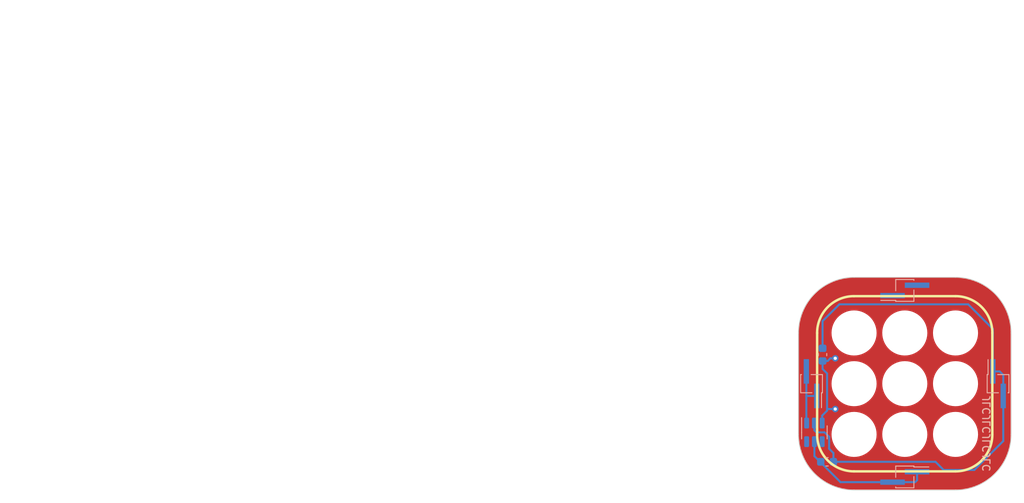
<source format=kicad_pcb>
(kicad_pcb (version 20240108) (generator "pcbnew") (generator_version "8.0")
  (layers (0 "F.Cu" signal) (31 "B.Cu" signal) (34 "B.Paste" user) (35 "F.Paste" user) (36 "B.SilkS" user "B.Silkscreen") (37 "F.SilkS" user "F.Silkscreen") (38 "B.Mask" user) (39 "F.Mask" user) (44 "Edge.Cuts" user))
  (net 0 "")
  (net 1 "+5V")
  (net 2 "GND")
  (net 3 "/TP")
  (net 4 "/TP_OUT")
  (footprint "Connector_PinHeader_1.27mm:PinHeader_1x02_P1.27mm_Vertical_SMD_Pin1Left" (layer "B.Cu") (at 157.8 82.7)
    (property "Reference" "J1" (hide yes))
    (property "Value" "Conn_01x02_Male")
    (fp_line (start -1.11 -1.33) (end 1.11 -1.33) (stroke (width 0.12)) (layer "B.SilkS"))
    (fp_line (start -1.11 0.05) (end -1.11 -1.32) (stroke (width 0.12)) (layer "B.SilkS"))
    (fp_line (start -1.11 1.22) (end -2.94 1.22) (stroke (width 0.12)) (layer "B.SilkS"))
    (fp_line (start -1.11 1.33) (end -1.11 1.22) (stroke (width 0.12)) (layer "B.SilkS"))
    (fp_line (start -1.11 1.33) (end 1.11 1.33) (stroke (width 0.12)) (layer "B.SilkS"))
    (fp_line (start 1.11 -1.22) (end 1.11 -1.33) (stroke (width 0.12)) (layer "B.SilkS"))
    (fp_line (start 1.11 1.32) (end 1.11 -0.05) (stroke (width 0.12)) (layer "B.SilkS"))
    (pad "1" smd rect (at -1.5 0.635) (size 3 0.65) (layers "B.Cu" "B.Paste" "B.Mask"))
    (pad "2" smd rect (at 1.5 -0.635) (size 3 0.65) (layers "B.Cu" "B.Paste" "B.Mask"))
  )
  (footprint "Connector_PinHeader_1.27mm:PinHeader_1x02_P1.27mm_Vertical_SMD_Pin1Left" (layer "B.Cu") (at 169.2 94.1 -90)
    (property "Reference" "J4" (hide yes))
    (property "Value" "Conn_01x02_Male")
    (fp_line (start -1.11 1.33) (end 1.11 1.33) (stroke (width 0.12)) (layer "B.SilkS"))
    (fp_line (start -1.11 1.33) (end -1.11 1.22) (stroke (width 0.12)) (layer "B.SilkS"))
    (fp_line (start 1.11 1.32) (end 1.11 -0.05) (stroke (width 0.12)) (layer "B.SilkS"))
    (fp_line (start -1.11 1.22) (end -2.94 1.22) (stroke (width 0.12)) (layer "B.SilkS"))
    (fp_line (start -1.11 0.05) (end -1.11 -1.32) (stroke (width 0.12)) (layer "B.SilkS"))
    (fp_line (start 1.11 -1.22) (end 1.11 -1.33) (stroke (width 0.12)) (layer "B.SilkS"))
    (fp_line (start -1.11 -1.33) (end 1.11 -1.33) (stroke (width 0.12)) (layer "B.SilkS"))
    (pad "1" smd rect (at -1.5 0.635 270) (size 3 0.65) (layers "B.Cu" "B.Paste" "B.Mask") (net 2 "GND"))
    (pad "2" smd rect (at 1.5 -0.635 270) (size 3 0.65) (layers "B.Cu" "B.Paste" "B.Mask") (net 2 "GND"))
  )
  (footprint "Connector_PinHeader_1.27mm:PinHeader_1x02_P1.27mm_Vertical_SMD_Pin1Left" (layer "B.Cu") (at 157.8 105.5 180)
    (property "Reference" "J3" (hide yes))
    (property "Value" "Conn_01x02_Male")
    (fp_line (start 1.11 1.32) (end 1.11 -0.05) (stroke (width 0.12)) (layer "B.SilkS"))
    (fp_line (start 1.11 -1.22) (end 1.11 -1.33) (stroke (width 0.12)) (layer "B.SilkS"))
    (fp_line (start -1.11 1.33) (end 1.11 1.33) (stroke (width 0.12)) (layer "B.SilkS"))
    (fp_line (start -1.11 1.33) (end -1.11 1.22) (stroke (width 0.12)) (layer "B.SilkS"))
    (fp_line (start -1.11 1.22) (end -2.94 1.22) (stroke (width 0.12)) (layer "B.SilkS"))
    (fp_line (start -1.11 0.05) (end -1.11 -1.32) (stroke (width 0.12)) (layer "B.SilkS"))
    (fp_line (start -1.11 -1.33) (end 1.11 -1.33) (stroke (width 0.12)) (layer "B.SilkS"))
    (pad "1" smd rect (at -1.5 0.635 180) (size 3 0.65) (layers "B.Cu" "B.Paste" "B.Mask") (net 1 "+5V"))
    (pad "2" smd rect (at 1.5 -0.635 180) (size 3 0.65) (layers "B.Cu" "B.Paste" "B.Mask") (net 1 "+5V"))
  )
  (footprint "Connector_PinHeader_1.27mm:PinHeader_1x02_P1.27mm_Vertical_SMD_Pin1Left" (layer "B.Cu") (at 146.4 94.1 90)
    (property "Reference" "J2" (hide yes))
    (property "Value" "Conn_01x02_Male")
    (fp_line (start -1.11 -1.33) (end 1.11 -1.33) (stroke (width 0.12)) (layer "B.SilkS"))
    (fp_line (start 1.11 -1.22) (end 1.11 -1.33) (stroke (width 0.12)) (layer "B.SilkS"))
    (fp_line (start -1.11 0.05) (end -1.11 -1.32) (stroke (width 0.12)) (layer "B.SilkS"))
    (fp_line (start -1.11 1.22) (end -2.94 1.22) (stroke (width 0.12)) (layer "B.SilkS"))
    (fp_line (start 1.11 1.32) (end 1.11 -0.05) (stroke (width 0.12)) (layer "B.SilkS"))
    (fp_line (start -1.11 1.33) (end -1.11 1.22) (stroke (width 0.12)) (layer "B.SilkS"))
    (fp_line (start -1.11 1.33) (end 1.11 1.33) (stroke (width 0.12)) (layer "B.SilkS"))
    (pad "1" smd rect (at -1.5 0.635 90) (size 3 0.65) (layers "B.Cu" "B.Paste" "B.Mask") (net 4 "/TP_OUT"))
    (pad "2" smd rect (at 1.5 -0.635 90) (size 3 0.65) (layers "B.Cu" "B.Paste" "B.Mask") (net 4 "/TP_OUT"))
  )
  (footprint "Package_TO_SOT_SMD:SOT-23-6" (layer "B.Cu") (at 146.75 100.05 -90)
    (property "Reference" "U1" (hide yes))
    (property "Value" "TTP223-BA6")
    (fp_line (start 0 1.56) (end -1.8 1.56) (stroke (width 0.12)) (layer "B.SilkS"))
    (fp_line (start 0 1.56) (end 0.8 1.56) (stroke (width 0.12)) (layer "B.SilkS"))
    (fp_line (start 0 -1.56) (end -0.8 -1.56) (stroke (width 0.12)) (layer "B.SilkS"))
    (fp_line (start 0 -1.56) (end 0.8 -1.56) (stroke (width 0.12)) (layer "B.SilkS"))
    (pad "1" smd roundrect (at -1.1375 0.95 270) (size 1.325 0.6) (layers "B.Cu" "B.Paste" "B.Mask") (net 4 "/TP_OUT"))
    (pad "2" smd roundrect (at -1.1375 0 270) (size 1.325 0.6) (layers "B.Cu" "B.Paste" "B.Mask") (net 2 "GND"))
    (pad "3" smd roundrect (at -1.1375 -0.95 270) (size 1.325 0.6) (layers "B.Cu" "B.Paste" "B.Mask") (net 3 "/TP"))
    (pad "4" smd roundrect (at 1.1375 -0.95 270) (size 1.325 0.6) (layers "B.Cu" "B.Paste" "B.Mask"))
    (pad "5" smd roundrect (at 1.1375 0 270) (size 1.325 0.6) (layers "B.Cu" "B.Paste" "B.Mask") (net 1 "+5V"))
    (pad "6" smd roundrect (at 1.1375 0.95 270) (size 1.325 0.6) (layers "B.Cu" "B.Paste" "B.Mask"))
  )
  (footprint "Capacitor_SMD:C_0603_1608Metric" (layer "B.Cu") (at 147.75 90.55 90)
    (property "Reference" "C2" (hide yes))
    (property "Value" "0-50 pF")
    (fp_line (start -0.14058 -0.51) (end 0.14058 -0.51) (stroke (width 0.12)) (layer "B.SilkS"))
    (fp_line (start -0.14058 0.51) (end 0.14058 0.51) (stroke (width 0.12)) (layer "B.SilkS"))
    (pad "1" smd roundrect (at -0.775 0 90) (size 0.9 0.95) (layers "B.Cu" "B.Paste" "B.Mask") (net 3 "/TP"))
    (pad "2" smd roundrect (at 0.775 0 90) (size 0.9 0.95) (layers "B.Cu" "B.Paste" "B.Mask") (net 2 "GND"))
  )
  (footprint "Capacitor_SMD:C_0603_1608Metric" (layer "B.Cu") (at 148.3 103.65)
    (property "Reference" "C1" (hide yes))
    (property "Value" "100n")
    (fp_line (start -0.14058 -0.51) (end 0.14058 -0.51) (stroke (width 0.12)) (layer "B.SilkS"))
    (fp_line (start -0.14058 0.51) (end 0.14058 0.51) (stroke (width 0.12)) (layer "B.SilkS"))
    (pad "1" smd roundrect (at -0.775 0) (size 0.9 0.95) (layers "B.Cu" "B.Paste" "B.Mask") (net 1 "+5V"))
    (pad "2" smd roundrect (at 0.775 0) (size 0.9 0.95) (layers "B.Cu" "B.Paste" "B.Mask") (net 2 "GND"))
  )
  (gr_line (start 164 104.818019) (end 151.581981 104.818019) (stroke (width 0.3)) (layer "F.SilkS"))
  (gr_arc (start 147.081981 87.9) (mid 148.399999 84.718013) (end 151.581981 83.4) (stroke (width 0.3)) (layer "F.SilkS"))
  (gr_arc (start 151.581981 104.818019) (mid 148.400006 103.499994) (end 147.081981 100.318019) (stroke (width 0.3)) (layer "F.SilkS"))
  (gr_arc (start 168.5 100.318019) (mid 167.181981 103.5) (end 164 104.818019) (stroke (width 0.3)) (layer "F.SilkS"))
  (gr_line (start 168.5 87.9) (end 168.5 100.318019) (stroke (width 0.3)) (layer "F.SilkS"))
  (gr_line (start 151.581981 83.4) (end 164 83.4) (stroke (width 0.3)) (layer "F.SilkS"))
  (gr_line (start 147.081981 100.318019) (end 147.081981 87.9) (stroke (width 0.3)) (layer "F.SilkS"))
  (gr_arc (start 164 83.4) (mid 167.181981 84.718019) (end 168.5 87.9) (stroke (width 0.3)) (layer "F.SilkS"))
  (gr_line (start 144.8 100.3) (end 144.8 87.9) (stroke (width 0.1)) (layer "Edge.Cuts"))
  (gr_line (start 151.6 81.1) (end 164 81.1) (stroke (width 0.1)) (layer "Edge.Cuts"))
  (gr_arc (start 151.6 107.1) (mid 146.791674 105.108326) (end 144.8 100.3) (stroke (width 0.1)) (layer "Edge.Cuts"))
  (gr_arc (start 144.8 87.9) (mid 146.791674 83.091674) (end 151.6 81.1) (stroke (width 0.1)) (layer "Edge.Cuts"))
  (gr_arc (start 164 81.1) (mid 168.808326 83.091674) (end 170.8 87.9) (stroke (width 0.1)) (layer "Edge.Cuts"))
  (gr_arc (start 170.8 100.3) (mid 168.808326 105.108326) (end 164 107.1) (stroke (width 0.1)) (layer "Edge.Cuts"))
  (gr_line (start 170.8 87.9) (end 170.8 100.3) (stroke (width 0.1)) (layer "Edge.Cuts"))
  (gr_line (start 164 107.1) (end 151.6 107.1) (stroke (width 0.1)) (layer "Edge.Cuts"))
  (gr_text "JLCJLCJLCJLC" (at 167.8 100.2 90) (layer "B.SilkS") (effects (font (size 0.9 0.9)) (justify mirror)))
  (segment (start 159.3 105.9) (end 159.065 106.135) (width 0.25) (layer "B.Cu") (net 1))
  (segment (start 149.935 106.135) (end 146.75 102.95) (width 0.25) (layer "B.Cu") (net 1))
  (segment (start 159.3 104.865) (end 159.3 105.9) (width 0.25) (layer "B.Cu") (net 1))
  (segment (start 146.75 102.95) (end 146.75 101.1875) (width 0.25) (layer "B.Cu") (net 1))
  (segment (start 156.3 106.135) (end 149.935 106.135) (width 0.25) (layer "B.Cu") (net 1))
  (segment (start 159.065 106.135) (end 156.3 106.135) (width 0.25) (layer "B.Cu") (net 1))
  (segment (start 168.565 92.6) (end 169.4 92.6) (width 0.25) (layer "B.Cu") (net 2))
  (segment (start 148.55 100.6) (end 148 100.05) (width 0.25) (layer "B.Cu") (net 2))
  (segment (start 169.835 93.035) (end 169.835 95.6) (width 0.25) (layer "B.Cu") (net 2))
  (segment (start 147.75 86.45) (end 149.8 84.4) (width 0.25) (layer "B.Cu") (net 2))
  (segment (start 169.4 92.6) (end 169.835 93.035) (width 0.25) (layer "B.Cu") (net 2))
  (segment (start 147 100.05) (end 148 100.05) (width 0.25) (layer "B.Cu") (net 2))
  (segment (start 162.55 104.65) (end 166.3 104.65) (width 0.25) (layer "B.Cu") (net 2))
  (segment (start 166.3 104.65) (end 169.835 101.115) (width 0.25) (layer "B.Cu") (net 2))
  (segment (start 149.075 102.575) (end 149.075 103.65) (width 0.25) (layer "B.Cu") (net 2))
  (segment (start 169.835 101.115) (end 169.835 95.6) (width 0.25) (layer "B.Cu") (net 2))
  (segment (start 146.75 99.8) (end 147 100.05) (width 0.25) (layer "B.Cu") (net 2))
  (segment (start 168.565 87.415) (end 168.565 92.6) (width 0.25) (layer "B.Cu") (net 2))
  (segment (start 146.75 98.9125) (end 146.75 99.8) (width 0.25) (layer "B.Cu") (net 2))
  (segment (start 148.55 102.05) (end 149.075 102.575) (width 0.25) (layer "B.Cu") (net 2))
  (segment (start 149.8 84.4) (end 165.55 84.4) (width 0.25) (layer "B.Cu") (net 2))
  (segment (start 161.55 103.65) (end 162.55 104.65) (width 0.25) (layer "B.Cu") (net 2))
  (segment (start 165.55 84.4) (end 168.565 87.415) (width 0.25) (layer "B.Cu") (net 2))
  (segment (start 149.075 103.65) (end 161.55 103.65) (width 0.25) (layer "B.Cu") (net 2))
  (segment (start 148.55 100.6) (end 148.55 102.05) (width 0.25) (layer "B.Cu") (net 2))
  (segment (start 147.75 89.775) (end 147.75 86.45) (width 0.25) (layer "B.Cu") (net 2))
  (via (at 149.3 91) (size 0.8) (drill 0.4) (layers "F.Cu" "B.Cu") (net 3))
  (via (at 149.3 97.2) (size 0.8) (drill 0.4) (layers "F.Cu" "B.Cu") (net 3))
  (segment (start 148.7 91) (end 148.375 91.325) (width 0.25) (layer "B.Cu") (net 3))
  (segment (start 147.7 98) (end 148.3 97.4) (width 0.25) (layer "B.Cu") (net 3))
  (segment (start 149.3 91) (end 148.7 91) (width 0.25) (layer "B.Cu") (net 3))
  (segment (start 149.3 97.2) (end 148.35 97.2) (width 0.25) (layer "B.Cu") (net 3))
  (segment (start 148.375 91.325) (end 147.75 91.325) (width 0.25) (layer "B.Cu") (net 3))
  (segment (start 147.7 98.9125) (end 147.7 98) (width 0.25) (layer "B.Cu") (net 3))
  (segment (start 148.3 97.25) (end 148.3 92.85) (width 0.25) (layer "B.Cu") (net 3))
  (segment (start 148.3 92.85) (end 147.75 92.3) (width 0.25) (layer "B.Cu") (net 3))
  (segment (start 147.75 92.3) (end 147.75 91.325) (width 0.25) (layer "B.Cu") (net 3))
  (segment (start 148.3 97.4) (end 148.3 97.25) (width 0.25) (layer "B.Cu") (net 3))
  (segment (start 148.35 97.2) (end 148.3 97.25) (width 0.25) (layer "B.Cu") (net 3))
  (segment (start 145.765 98.8775) (end 145.765 95.665) (width 0.25) (layer "B.Cu") (net 4))
  (segment (start 145.8 98.9125) (end 145.765 98.8775) (width 0.25) (layer "B.Cu") (net 4))
  (segment (start 145.83 95.6) (end 145.765 95.665) (width 0.25) (layer "B.Cu") (net 4))
  (segment (start 147.035 95.6) (end 145.83 95.6) (width 0.25) (layer "B.Cu") (net 4))
  (segment (start 145.765 95.665) (end 145.765 92.6) (width 0.25) (layer "B.Cu") (net 4))
  (zone (net 0) (net_name "") (layer "F.Cu") (connect_pads (clearance 0)) (min_thickness 0.254)
    (keepout (tracks not_allowed) (vias not_allowed) (pads not_allowed) (copperpour not_allowed) (footprints allowed))
    (fill (thermal_gap 0.508) (thermal_bridge_width 0.508))
    (polygon (pts (xy 154.355026 100.3) (xy 154.335072 99.96902) (xy 154.2755 99.642834) (xy 154.177173 99.326168) (xy 154.041514 99.023607) (xy 153.870489 98.739536) (xy 153.666575 98.478069) (xy 153.432727 98.242992) (xy 153.172331 98.037713) (xy 152.889159 97.865203) (xy 152.587313 97.727962) (xy 152.271166 97.627977) (xy 151.945296 97.566698) (xy 151.614425 97.545012) (xy 151.283345 97.563232) (xy 150.956852 97.621096) (xy 150.639675 97.717764) (xy 150.336409 97.851836) (xy 150.051446 98.021372) (xy 149.788914 98.223913) (xy 149.552617 98.456528) (xy 149.345976 98.715846) (xy 149.171986 98.99811) (xy 149.033166 99.299233) (xy 148.931528 99.614853) (xy 148.868544 99.940397) (xy 148.845125 100.27115) (xy 148.861612 100.602321) (xy 148.917765 100.929113) (xy 149.012771 101.246791) (xy 149.145254 101.550756) (xy 149.313295 101.836602) (xy 149.514459 102.100191) (xy 149.745833 102.337703) (xy 150.004065 102.545698) (xy 150.285415 102.721164) (xy 150.585807 102.861558) (xy 150.90089 102.964848) (xy 151.2261 103.029536) (xy 151.556726 103.054686) (xy 151.887979 103.039934) (xy 152.21506 102.985492) (xy 152.533232 102.892151) (xy 152.837886 102.761261) (xy 153.124608 102.59472) (xy 153.389246 102.394938) (xy 153.627967 102.164811) (xy 153.837311 101.907671) (xy 154.014248 101.627244) (xy 154.156213 101.327591) (xy 154.261151 101.013053) (xy 154.327541 100.688187) (xy 154.354422 100.357697)))
  )
  (zone (net 0) (net_name "") (layer "F.Cu") (connect_pads (clearance 0)) (min_thickness 0.254)
    (keepout (tracks not_allowed) (vias not_allowed) (pads not_allowed) (copperpour not_allowed) (footprints allowed))
    (fill (thermal_gap 0.508) (thermal_bridge_width 0.508))
    (polygon (pts (xy 154.355026 87.9) (xy 154.335072 87.56902) (xy 154.2755 87.242834) (xy 154.177173 86.926168) (xy 154.041514 86.623607) (xy 153.870489 86.339536) (xy 153.666575 86.078069) (xy 153.432727 85.842992) (xy 153.172331 85.637713) (xy 152.889159 85.465203) (xy 152.587313 85.327962) (xy 152.271166 85.227977) (xy 151.945296 85.166698) (xy 151.614425 85.145012) (xy 151.283345 85.163232) (xy 150.956852 85.221096) (xy 150.639675 85.317764) (xy 150.336409 85.451836) (xy 150.051446 85.621372) (xy 149.788914 85.823913) (xy 149.552617 86.056528) (xy 149.345976 86.315846) (xy 149.171986 86.59811) (xy 149.033166 86.899233) (xy 148.931528 87.214853) (xy 148.868544 87.540397) (xy 148.845125 87.87115) (xy 148.861612 88.202321) (xy 148.917765 88.529113) (xy 149.012771 88.846791) (xy 149.145254 89.150756) (xy 149.313295 89.436602) (xy 149.514459 89.700191) (xy 149.745833 89.937703) (xy 150.004065 90.145698) (xy 150.285415 90.321164) (xy 150.585807 90.461558) (xy 150.90089 90.564848) (xy 151.2261 90.629536) (xy 151.556726 90.654686) (xy 151.887979 90.639934) (xy 152.21506 90.585492) (xy 152.533232 90.492151) (xy 152.837886 90.361261) (xy 153.124608 90.19472) (xy 153.389246 89.994938) (xy 153.627967 89.764811) (xy 153.837311 89.507671) (xy 154.014248 89.227244) (xy 154.156213 88.927591) (xy 154.261151 88.613053) (xy 154.327541 88.288187) (xy 154.354422 87.957697)))
  )
  (zone (net 3) (net_name "/TP") (layer "F.Cu") (priority 1) (connect_pads yes (clearance 0.254)) (min_thickness 0.18) (fill yes (thermal_gap 0.508) (thermal_bridge_width 0.508))
    (polygon (pts (xy 171 107.3) (xy 144.6 107.3) (xy 144.6 80.9) (xy 171 80.9)))
  )
  (zone (net 0) (net_name "") (layer "F.Cu") (connect_pads (clearance 0)) (min_thickness 0.254)
    (keepout (tracks not_allowed) (vias not_allowed) (pads not_allowed) (copperpour not_allowed) (footprints allowed))
    (fill (thermal_gap 0.508) (thermal_bridge_width 0.508))
    (polygon (pts (xy 160.555026 87.9) (xy 160.535072 87.56902) (xy 160.4755 87.242834) (xy 160.377173 86.926168) (xy 160.241514 86.623607) (xy 160.070489 86.339536) (xy 159.866575 86.078069) (xy 159.632727 85.842992) (xy 159.372331 85.637713) (xy 159.089159 85.465203) (xy 158.787313 85.327962) (xy 158.471166 85.227977) (xy 158.145296 85.166698) (xy 157.814425 85.145012) (xy 157.483345 85.163232) (xy 157.156852 85.221096) (xy 156.839675 85.317764) (xy 156.536409 85.451836) (xy 156.251446 85.621372) (xy 155.988914 85.823913) (xy 155.752617 86.056528) (xy 155.545976 86.315846) (xy 155.371986 86.59811) (xy 155.233166 86.899233) (xy 155.131528 87.214853) (xy 155.068544 87.540397) (xy 155.045125 87.87115) (xy 155.061612 88.202321) (xy 155.117765 88.529113) (xy 155.212771 88.846791) (xy 155.345254 89.150756) (xy 155.513295 89.436602) (xy 155.714459 89.700191) (xy 155.945833 89.937703) (xy 156.204065 90.145698) (xy 156.485415 90.321164) (xy 156.785807 90.461558) (xy 157.10089 90.564848) (xy 157.4261 90.629536) (xy 157.756726 90.654686) (xy 158.087979 90.639934) (xy 158.41506 90.585492) (xy 158.733232 90.492151) (xy 159.037886 90.361261) (xy 159.324608 90.19472) (xy 159.589246 89.994938) (xy 159.827967 89.764811) (xy 160.037311 89.507671) (xy 160.214248 89.227244) (xy 160.356213 88.927591) (xy 160.461151 88.613053) (xy 160.527541 88.288187) (xy 160.554422 87.957697)))
  )
  (zone (net 0) (net_name "") (layer "F.Cu") (connect_pads (clearance 0)) (min_thickness 0.254)
    (keepout (tracks not_allowed) (vias not_allowed) (pads not_allowed) (copperpour not_allowed) (footprints allowed))
    (fill (thermal_gap 0.508) (thermal_bridge_width 0.508))
    (polygon (pts (xy 166.755026 94.1) (xy 166.735072 93.76902) (xy 166.6755 93.442834) (xy 166.577173 93.126168) (xy 166.441514 92.823607) (xy 166.270489 92.539536) (xy 166.066575 92.278069) (xy 165.832727 92.042992) (xy 165.572331 91.837713) (xy 165.289159 91.665203) (xy 164.987313 91.527962) (xy 164.671166 91.427977) (xy 164.345296 91.366698) (xy 164.014425 91.345012) (xy 163.683345 91.363232) (xy 163.356852 91.421096) (xy 163.039675 91.517764) (xy 162.736409 91.651836) (xy 162.451446 91.821372) (xy 162.188914 92.023913) (xy 161.952617 92.256528) (xy 161.745976 92.515846) (xy 161.571986 92.79811) (xy 161.433166 93.099233) (xy 161.331528 93.414853) (xy 161.268544 93.740397) (xy 161.245125 94.07115) (xy 161.261612 94.402321) (xy 161.317765 94.729113) (xy 161.412771 95.046791) (xy 161.545254 95.350756) (xy 161.713295 95.636602) (xy 161.914459 95.900191) (xy 162.145833 96.137703) (xy 162.404065 96.345698) (xy 162.685415 96.521164) (xy 162.985807 96.661558) (xy 163.30089 96.764848) (xy 163.6261 96.829536) (xy 163.956726 96.854686) (xy 164.287979 96.839934) (xy 164.61506 96.785492) (xy 164.933232 96.692151) (xy 165.237886 96.561261) (xy 165.524608 96.39472) (xy 165.789246 96.194938) (xy 166.027967 95.964811) (xy 166.237311 95.707671) (xy 166.414248 95.427244) (xy 166.556213 95.127591) (xy 166.661151 94.813053) (xy 166.727541 94.488187) (xy 166.754422 94.157697)))
  )
  (zone (net 0) (net_name "") (layer "F.Cu") (connect_pads (clearance 0)) (min_thickness 0.254)
    (keepout (tracks not_allowed) (vias not_allowed) (pads not_allowed) (copperpour not_allowed) (footprints allowed))
    (fill (thermal_gap 0.508) (thermal_bridge_width 0.508))
    (polygon (pts (xy 166.755026 87.9) (xy 166.735072 87.56902) (xy 166.6755 87.242834) (xy 166.577173 86.926168) (xy 166.441514 86.623607) (xy 166.270489 86.339536) (xy 166.066575 86.078069) (xy 165.832727 85.842992) (xy 165.572331 85.637713) (xy 165.289159 85.465203) (xy 164.987313 85.327962) (xy 164.671166 85.227977) (xy 164.345296 85.166698) (xy 164.014425 85.145012) (xy 163.683345 85.163232) (xy 163.356852 85.221096) (xy 163.039675 85.317764) (xy 162.736409 85.451836) (xy 162.451446 85.621372) (xy 162.188914 85.823913) (xy 161.952617 86.056528) (xy 161.745976 86.315846) (xy 161.571986 86.59811) (xy 161.433166 86.899233) (xy 161.331528 87.214853) (xy 161.268544 87.540397) (xy 161.245125 87.87115) (xy 161.261612 88.202321) (xy 161.317765 88.529113) (xy 161.412771 88.846791) (xy 161.545254 89.150756) (xy 161.713295 89.436602) (xy 161.914459 89.700191) (xy 162.145833 89.937703) (xy 162.404065 90.145698) (xy 162.685415 90.321164) (xy 162.985807 90.461558) (xy 163.30089 90.564848) (xy 163.6261 90.629536) (xy 163.956726 90.654686) (xy 164.287979 90.639934) (xy 164.61506 90.585492) (xy 164.933232 90.492151) (xy 165.237886 90.361261) (xy 165.524608 90.19472) (xy 165.789246 89.994938) (xy 166.027967 89.764811) (xy 166.237311 89.507671) (xy 166.414248 89.227244) (xy 166.556213 88.927591) (xy 166.661151 88.613053) (xy 166.727541 88.288187) (xy 166.754422 87.957697)))
  )
  (zone (net 0) (net_name "") (layer "F.Cu") (connect_pads (clearance 0)) (min_thickness 0.254)
    (keepout (tracks not_allowed) (vias not_allowed) (pads not_allowed) (copperpour not_allowed) (footprints allowed))
    (fill (thermal_gap 0.508) (thermal_bridge_width 0.508))
    (polygon (pts (xy 160.555026 100.3) (xy 160.535072 99.96902) (xy 160.4755 99.642834) (xy 160.377173 99.326168) (xy 160.241514 99.023607) (xy 160.070489 98.739536) (xy 159.866575 98.478069) (xy 159.632727 98.242992) (xy 159.372331 98.037713) (xy 159.089159 97.865203) (xy 158.787313 97.727962) (xy 158.471166 97.627977) (xy 158.145296 97.566698) (xy 157.814425 97.545012) (xy 157.483345 97.563232) (xy 157.156852 97.621096) (xy 156.839675 97.717764) (xy 156.536409 97.851836) (xy 156.251446 98.021372) (xy 155.988914 98.223913) (xy 155.752617 98.456528) (xy 155.545976 98.715846) (xy 155.371986 98.99811) (xy 155.233166 99.299233) (xy 155.131528 99.614853) (xy 155.068544 99.940397) (xy 155.045125 100.27115) (xy 155.061612 100.602321) (xy 155.117765 100.929113) (xy 155.212771 101.246791) (xy 155.345254 101.550756) (xy 155.513295 101.836602) (xy 155.714459 102.100191) (xy 155.945833 102.337703) (xy 156.204065 102.545698) (xy 156.485415 102.721164) (xy 156.785807 102.861558) (xy 157.10089 102.964848) (xy 157.4261 103.029536) (xy 157.756726 103.054686) (xy 158.087979 103.039934) (xy 158.41506 102.985492) (xy 158.733232 102.892151) (xy 159.037886 102.761261) (xy 159.324608 102.59472) (xy 159.589246 102.394938) (xy 159.827967 102.164811) (xy 160.037311 101.907671) (xy 160.214248 101.627244) (xy 160.356213 101.327591) (xy 160.461151 101.013053) (xy 160.527541 100.688187) (xy 160.554422 100.357697)))
  )
  (zone (net 0) (net_name "") (layer "F.Cu") (connect_pads (clearance 0)) (min_thickness 0.254)
    (keepout (tracks not_allowed) (vias not_allowed) (pads not_allowed) (copperpour not_allowed) (footprints allowed))
    (fill (thermal_gap 0.508) (thermal_bridge_width 0.508))
    (polygon (pts (xy 160.555026 94.1) (xy 160.535072 93.76902) (xy 160.4755 93.442834) (xy 160.377173 93.126168) (xy 160.241514 92.823607) (xy 160.070489 92.539536) (xy 159.866575 92.278069) (xy 159.632727 92.042992) (xy 159.372331 91.837713) (xy 159.089159 91.665203) (xy 158.787313 91.527962) (xy 158.471166 91.427977) (xy 158.145296 91.366698) (xy 157.814425 91.345012) (xy 157.483345 91.363232) (xy 157.156852 91.421096) (xy 156.839675 91.517764) (xy 156.536409 91.651836) (xy 156.251446 91.821372) (xy 155.988914 92.023913) (xy 155.752617 92.256528) (xy 155.545976 92.515846) (xy 155.371986 92.79811) (xy 155.233166 93.099233) (xy 155.131528 93.414853) (xy 155.068544 93.740397) (xy 155.045125 94.07115) (xy 155.061612 94.402321) (xy 155.117765 94.729113) (xy 155.212771 95.046791) (xy 155.345254 95.350756) (xy 155.513295 95.636602) (xy 155.714459 95.900191) (xy 155.945833 96.137703) (xy 156.204065 96.345698) (xy 156.485415 96.521164) (xy 156.785807 96.661558) (xy 157.10089 96.764848) (xy 157.4261 96.829536) (xy 157.756726 96.854686) (xy 158.087979 96.839934) (xy 158.41506 96.785492) (xy 158.733232 96.692151) (xy 159.037886 96.561261) (xy 159.324608 96.39472) (xy 159.589246 96.194938) (xy 159.827967 95.964811) (xy 160.037311 95.707671) (xy 160.214248 95.427244) (xy 160.356213 95.127591) (xy 160.461151 94.813053) (xy 160.527541 94.488187) (xy 160.554422 94.157697)))
  )
  (zone (net 0) (net_name "") (layer "F.Cu") (connect_pads (clearance 0)) (min_thickness 0.254)
    (keepout (tracks not_allowed) (vias not_allowed) (pads not_allowed) (copperpour not_allowed) (footprints allowed))
    (fill (thermal_gap 0.508) (thermal_bridge_width 0.508))
    (polygon (pts (xy 166.755026 100.3) (xy 166.735072 99.96902) (xy 166.6755 99.642834) (xy 166.577173 99.326168) (xy 166.441514 99.023607) (xy 166.270489 98.739536) (xy 166.066575 98.478069) (xy 165.832727 98.242992) (xy 165.572331 98.037713) (xy 165.289159 97.865203) (xy 164.987313 97.727962) (xy 164.671166 97.627977) (xy 164.345296 97.566698) (xy 164.014425 97.545012) (xy 163.683345 97.563232) (xy 163.356852 97.621096) (xy 163.039675 97.717764) (xy 162.736409 97.851836) (xy 162.451446 98.021372) (xy 162.188914 98.223913) (xy 161.952617 98.456528) (xy 161.745976 98.715846) (xy 161.571986 98.99811) (xy 161.433166 99.299233) (xy 161.331528 99.614853) (xy 161.268544 99.940397) (xy 161.245125 100.27115) (xy 161.261612 100.602321) (xy 161.317765 100.929113) (xy 161.412771 101.246791) (xy 161.545254 101.550756) (xy 161.713295 101.836602) (xy 161.914459 102.100191) (xy 162.145833 102.337703) (xy 162.404065 102.545698) (xy 162.685415 102.721164) (xy 162.985807 102.861558) (xy 163.30089 102.964848) (xy 163.6261 103.029536) (xy 163.956726 103.054686) (xy 164.287979 103.039934) (xy 164.61506 102.985492) (xy 164.933232 102.892151) (xy 165.237886 102.761261) (xy 165.524608 102.59472) (xy 165.789246 102.394938) (xy 166.027967 102.164811) (xy 166.237311 101.907671) (xy 166.414248 101.627244) (xy 166.556213 101.327591) (xy 166.661151 101.013053) (xy 166.727541 100.688187) (xy 166.754422 100.357697)))
  )
  (zone (net 0) (net_name "") (layer "F.Cu") (connect_pads (clearance 0)) (min_thickness 0.254)
    (keepout (tracks not_allowed) (vias not_allowed) (pads not_allowed) (copperpour not_allowed) (footprints allowed))
    (fill (thermal_gap 0.508) (thermal_bridge_width 0.508))
    (polygon (pts (xy 154.355026 94.1) (xy 154.335072 93.76902) (xy 154.2755 93.442834) (xy 154.177173 93.126168) (xy 154.041514 92.823607) (xy 153.870489 92.539536) (xy 153.666575 92.278069) (xy 153.432727 92.042992) (xy 153.172331 91.837713) (xy 152.889159 91.665203) (xy 152.587313 91.527962) (xy 152.271166 91.427977) (xy 151.945296 91.366698) (xy 151.614425 91.345012) (xy 151.283345 91.363232) (xy 150.956852 91.421096) (xy 150.639675 91.517764) (xy 150.336409 91.651836) (xy 150.051446 91.821372) (xy 149.788914 92.023913) (xy 149.552617 92.256528) (xy 149.345976 92.515846) (xy 149.171986 92.79811) (xy 149.033166 93.099233) (xy 148.931528 93.414853) (xy 148.868544 93.740397) (xy 148.845125 94.07115) (xy 148.861612 94.402321) (xy 148.917765 94.729113) (xy 149.012771 95.046791) (xy 149.145254 95.350756) (xy 149.313295 95.636602) (xy 149.514459 95.900191) (xy 149.745833 96.137703) (xy 150.004065 96.345698) (xy 150.285415 96.521164) (xy 150.585807 96.661558) (xy 150.90089 96.764848) (xy 151.2261 96.829536) (xy 151.556726 96.854686) (xy 151.887979 96.839934) (xy 152.21506 96.785492) (xy 152.533232 96.692151) (xy 152.837886 96.561261) (xy 153.124608 96.39472) (xy 153.389246 96.194938) (xy 153.627967 95.964811) (xy 153.837311 95.707671) (xy 154.014248 95.427244) (xy 154.156213 95.127591) (xy 154.261151 94.813053) (xy 154.327541 94.488187) (xy 154.354422 94.157697)))
  )
)
</source>
